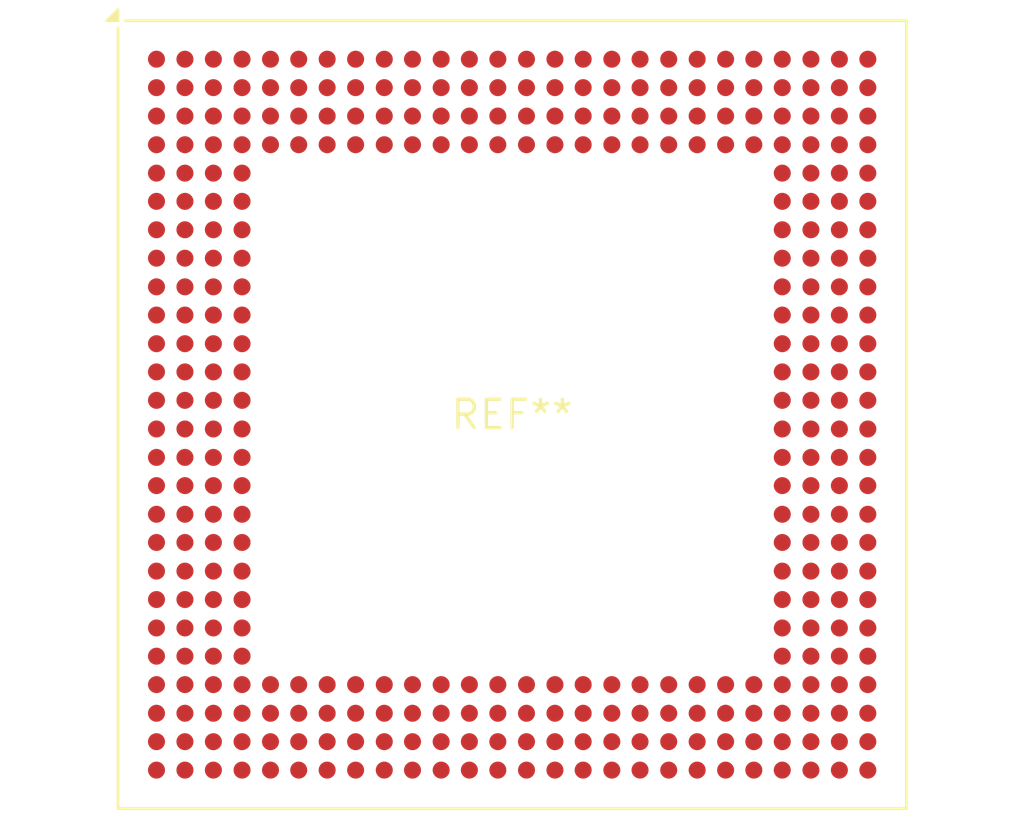
<source format=kicad_pcb>
(kicad_pcb (version 20240108) (generator pcbnew)
  (layers (0 "F.Cu" signal) (31 "B.Cu" signal) (34 "B.Paste" user) (35 "F.Paste" user) (36 "B.SilkS" user "B.Silkscreen") (37 "F.SilkS" user "F.Silkscreen") (38 "B.Mask" user) (39 "F.Mask" user) (44 "Edge.Cuts" user))
  (net 0 "")
  (footprint "BGA-352_35.0x35.0mm_Layout26x26_P1.27mm" (layer "F.Cu") (at 0 0)
    (property "Reference" "REF**")
    (property "Value" "BGA-352_35.0x35.0mm_Layout26x26_P1.27mm")
    (fp_line (start -17.6 17.6) (end -17.6 -17.28) (layer "F.SilkS") (stroke (width 0.12)))
    (fp_line (start -17.28 -17.6) (end 17.6 -17.6) (layer "F.SilkS") (stroke (width 0.12)))
    (fp_line (start 17.6 -17.6) (end 17.6 17.6) (layer "F.SilkS") (stroke (width 0.12)))
    (fp_line (start 17.6 17.6) (end -17.6 17.6) (layer "F.SilkS") (stroke (width 0.12)))
    (fp_poly (pts (xy -17.6 -17.6) (xy -18.1 -17.6) (xy -17.6 -18.1) (xy -17.6 -17.6)) (layer "F.SilkS") (stroke (width 0.12)) (fill solid))
    (pad "A1" smd circle (at -15.88 -15.88) (size 0.76 0.76) (property pad_prop_bga) (layers "F.Cu" "F.Paste" "F.Mask"))
    (pad "A2" smd circle (at -14.61 -15.88) (size 0.76 0.76) (property pad_prop_bga) (layers "F.Cu" "F.Paste" "F.Mask"))
    (pad "A3" smd circle (at -13.34 -15.88) (size 0.76 0.76) (property pad_prop_bga) (layers "F.Cu" "F.Paste" "F.Mask"))
    (pad "A4" smd circle (at -12.06 -15.88) (size 0.76 0.76) (property pad_prop_bga) (layers "F.Cu" "F.Paste" "F.Mask"))
    (pad "A5" smd circle (at -10.79 -15.88) (size 0.76 0.76) (property pad_prop_bga) (layers "F.Cu" "F.Paste" "F.Mask"))
    (pad "A6" smd circle (at -9.53 -15.88) (size 0.76 0.76) (property pad_prop_bga) (layers "F.Cu" "F.Paste" "F.Mask"))
    (pad "A7" smd circle (at -8.26 -15.88) (size 0.76 0.76) (property pad_prop_bga) (layers "F.Cu" "F.Paste" "F.Mask"))
    (pad "A8" smd circle (at -6.99 -15.88) (size 0.76 0.76) (property pad_prop_bga) (layers "F.Cu" "F.Paste" "F.Mask"))
    (pad "A9" smd circle (at -5.71 -15.88) (size 0.76 0.76) (property pad_prop_bga) (layers "F.Cu" "F.Paste" "F.Mask"))
    (pad "A10" smd circle (at -4.45 -15.88) (size 0.76 0.76) (property pad_prop_bga) (layers "F.Cu" "F.Paste" "F.Mask"))
    (pad "A11" smd circle (at -3.17 -15.88) (size 0.76 0.76) (property pad_prop_bga) (layers "F.Cu" "F.Paste" "F.Mask"))
    (pad "A12" smd circle (at -1.91 -15.88) (size 0.76 0.76) (property pad_prop_bga) (layers "F.Cu" "F.Paste" "F.Mask"))
    (pad "A13" smd circle (at -0.64 -15.88) (size 0.76 0.76) (property pad_prop_bga) (layers "F.Cu" "F.Paste" "F.Mask"))
    (pad "A14" smd circle (at 0.64 -15.88) (size 0.76 0.76) (property pad_prop_bga) (layers "F.Cu" "F.Paste" "F.Mask"))
    (pad "A15" smd circle (at 1.91 -15.88) (size 0.76 0.76) (property pad_prop_bga) (layers "F.Cu" "F.Paste" "F.Mask"))
    (pad "A16" smd circle (at 3.17 -15.88) (size 0.76 0.76) (property pad_prop_bga) (layers "F.Cu" "F.Paste" "F.Mask"))
    (pad "A17" smd circle (at 4.45 -15.88) (size 0.76 0.76) (property pad_prop_bga) (layers "F.Cu" "F.Paste" "F.Mask"))
    (pad "A18" smd circle (at 5.71 -15.88) (size 0.76 0.76) (property pad_prop_bga) (layers "F.Cu" "F.Paste" "F.Mask"))
    (pad "A19" smd circle (at 6.99 -15.88) (size 0.76 0.76) (property pad_prop_bga) (layers "F.Cu" "F.Paste" "F.Mask"))
    (pad "A20" smd circle (at 8.26 -15.88) (size 0.76 0.76) (property pad_prop_bga) (layers "F.Cu" "F.Paste" "F.Mask"))
    (pad "A21" smd circle (at 9.53 -15.88) (size 0.76 0.76) (property pad_prop_bga) (layers "F.Cu" "F.Paste" "F.Mask"))
    (pad "A22" smd circle (at 10.79 -15.88) (size 0.76 0.76) (property pad_prop_bga) (layers "F.Cu" "F.Paste" "F.Mask"))
    (pad "A23" smd circle (at 12.06 -15.88) (size 0.76 0.76) (property pad_prop_bga) (layers "F.Cu" "F.Paste" "F.Mask"))
    (pad "A24" smd circle (at 13.34 -15.88) (size 0.76 0.76) (property pad_prop_bga) (layers "F.Cu" "F.Paste" "F.Mask"))
    (pad "A25" smd circle (at 14.61 -15.88) (size 0.76 0.76) (property pad_prop_bga) (layers "F.Cu" "F.Paste" "F.Mask"))
    (pad "A26" smd circle (at 15.88 -15.88) (size 0.76 0.76) (property pad_prop_bga) (layers "F.Cu" "F.Paste" "F.Mask"))
    (pad "AA1" smd circle (at -15.88 9.53) (size 0.76 0.76) (property pad_prop_bga) (layers "F.Cu" "F.Paste" "F.Mask"))
    (pad "AA2" smd circle (at -14.61 9.53) (size 0.76 0.76) (property pad_prop_bga) (layers "F.Cu" "F.Paste" "F.Mask"))
    (pad "AA3" smd circle (at -13.34 9.53) (size 0.76 0.76) (property pad_prop_bga) (layers "F.Cu" "F.Paste" "F.Mask"))
    (pad "AA4" smd circle (at -12.06 9.53) (size 0.76 0.76) (property pad_prop_bga) (layers "F.Cu" "F.Paste" "F.Mask"))
    (pad "AA23" smd circle (at 12.06 9.53) (size 0.76 0.76) (property pad_prop_bga) (layers "F.Cu" "F.Paste" "F.Mask"))
    (pad "AA24" smd circle (at 13.34 9.53) (size 0.76 0.76) (property pad_prop_bga) (layers "F.Cu" "F.Paste" "F.Mask"))
    (pad "AA25" smd circle (at 14.61 9.53) (size 0.76 0.76) (property pad_prop_bga) (layers "F.Cu" "F.Paste" "F.Mask"))
    (pad "AA26" smd circle (at 15.88 9.53) (size 0.76 0.76) (property pad_prop_bga) (layers "F.Cu" "F.Paste" "F.Mask"))
    (pad "AB1" smd circle (at -15.88 10.79) (size 0.76 0.76) (property pad_prop_bga) (layers "F.Cu" "F.Paste" "F.Mask"))
    (pad "AB2" smd circle (at -14.61 10.79) (size 0.76 0.76) (property pad_prop_bga) (layers "F.Cu" "F.Paste" "F.Mask"))
    (pad "AB3" smd circle (at -13.34 10.79) (size 0.76 0.76) (property pad_prop_bga) (layers "F.Cu" "F.Paste" "F.Mask"))
    (pad "AB4" smd circle (at -12.06 10.79) (size 0.76 0.76) (property pad_prop_bga) (layers "F.Cu" "F.Paste" "F.Mask"))
    (pad "AB23" smd circle (at 12.06 10.79) (size 0.76 0.76) (property pad_prop_bga) (layers "F.Cu" "F.Paste" "F.Mask"))
    (pad "AB24" smd circle (at 13.34 10.79) (size 0.76 0.76) (property pad_prop_bga) (layers "F.Cu" "F.Paste" "F.Mask"))
    (pad "AB25" smd circle (at 14.61 10.79) (size 0.76 0.76) (property pad_prop_bga) (layers "F.Cu" "F.Paste" "F.Mask"))
    (pad "AB26" smd circle (at 15.88 10.79) (size 0.76 0.76) (property pad_prop_bga) (layers "F.Cu" "F.Paste" "F.Mask"))
    (pad "AC1" smd circle (at -15.88 12.06) (size 0.76 0.76) (property pad_prop_bga) (layers "F.Cu" "F.Paste" "F.Mask"))
    (pad "AC2" smd circle (at -14.61 12.06) (size 0.76 0.76) (property pad_prop_bga) (layers "F.Cu" "F.Paste" "F.Mask"))
    (pad "AC3" smd circle (at -13.34 12.06) (size 0.76 0.76) (property pad_prop_bga) (layers "F.Cu" "F.Paste" "F.Mask"))
    (pad "AC4" smd circle (at -12.06 12.06) (size 0.76 0.76) (property pad_prop_bga) (layers "F.Cu" "F.Paste" "F.Mask"))
    (pad "AC5" smd circle (at -10.79 12.06) (size 0.76 0.76) (property pad_prop_bga) (layers "F.Cu" "F.Paste" "F.Mask"))
    (pad "AC6" smd circle (at -9.53 12.06) (size 0.76 0.76) (property pad_prop_bga) (layers "F.Cu" "F.Paste" "F.Mask"))
    (pad "AC7" smd circle (at -8.26 12.06) (size 0.76 0.76) (property pad_prop_bga) (layers "F.Cu" "F.Paste" "F.Mask"))
    (pad "AC8" smd circle (at -6.99 12.06) (size 0.76 0.76) (property pad_prop_bga) (layers "F.Cu" "F.Paste" "F.Mask"))
    (pad "AC9" smd circle (at -5.71 12.06) (size 0.76 0.76) (property pad_prop_bga) (layers "F.Cu" "F.Paste" "F.Mask"))
    (pad "AC10" smd circle (at -4.45 12.06) (size 0.76 0.76) (property pad_prop_bga) (layers "F.Cu" "F.Paste" "F.Mask"))
    (pad "AC11" smd circle (at -3.17 12.06) (size 0.76 0.76) (property pad_prop_bga) (layers "F.Cu" "F.Paste" "F.Mask"))
    (pad "AC12" smd circle (at -1.91 12.06) (size 0.76 0.76) (property pad_prop_bga) (layers "F.Cu" "F.Paste" "F.Mask"))
    (pad "AC13" smd circle (at -0.64 12.06) (size 0.76 0.76) (property pad_prop_bga) (layers "F.Cu" "F.Paste" "F.Mask"))
    (pad "AC14" smd circle (at 0.64 12.06) (size 0.76 0.76) (property pad_prop_bga) (layers "F.Cu" "F.Paste" "F.Mask"))
    (pad "AC15" smd circle (at 1.91 12.06) (size 0.76 0.76) (property pad_prop_bga) (layers "F.Cu" "F.Paste" "F.Mask"))
    (pad "AC16" smd circle (at 3.17 12.06) (size 0.76 0.76) (property pad_prop_bga) (layers "F.Cu" "F.Paste" "F.Mask"))
    (pad "AC17" smd circle (at 4.45 12.06) (size 0.76 0.76) (property pad_prop_bga) (layers "F.Cu" "F.Paste" "F.Mask"))
    (pad "AC18" smd circle (at 5.71 12.06) (size 0.76 0.76) (property pad_prop_bga) (layers "F.Cu" "F.Paste" "F.Mask"))
    (pad "AC19" smd circle (at 6.99 12.06) (size 0.76 0.76) (property pad_prop_bga) (layers "F.Cu" "F.Paste" "F.Mask"))
    (pad "AC20" smd circle (at 8.26 12.06) (size 0.76 0.76) (property pad_prop_bga) (layers "F.Cu" "F.Paste" "F.Mask"))
    (pad "AC21" smd circle (at 9.53 12.06) (size 0.76 0.76) (property pad_prop_bga) (layers "F.Cu" "F.Paste" "F.Mask"))
    (pad "AC22" smd circle (at 10.79 12.06) (size 0.76 0.76) (property pad_prop_bga) (layers "F.Cu" "F.Paste" "F.Mask"))
    (pad "AC23" smd circle (at 12.06 12.06) (size 0.76 0.76) (property pad_prop_bga) (layers "F.Cu" "F.Paste" "F.Mask"))
    (pad "AC24" smd circle (at 13.34 12.06) (size 0.76 0.76) (property pad_prop_bga) (layers "F.Cu" "F.Paste" "F.Mask"))
    (pad "AC25" smd circle (at 14.61 12.06) (size 0.76 0.76) (property pad_prop_bga) (layers "F.Cu" "F.Paste" "F.Mask"))
    (pad "AC26" smd circle (at 15.88 12.06) (size 0.76 0.76) (property pad_prop_bga) (layers "F.Cu" "F.Paste" "F.Mask"))
    (pad "AD1" smd circle (at -15.88 13.34) (size 0.76 0.76) (property pad_prop_bga) (layers "F.Cu" "F.Paste" "F.Mask"))
    (pad "AD2" smd circle (at -14.61 13.34) (size 0.76 0.76) (property pad_prop_bga) (layers "F.Cu" "F.Paste" "F.Mask"))
    (pad "AD3" smd circle (at -13.34 13.34) (size 0.76 0.76) (property pad_prop_bga) (layers "F.Cu" "F.Paste" "F.Mask"))
    (pad "AD4" smd circle (at -12.06 13.34) (size 0.76 0.76) (property pad_prop_bga) (layers "F.Cu" "F.Paste" "F.Mask"))
    (pad "AD5" smd circle (at -10.79 13.34) (size 0.76 0.76) (property pad_prop_bga) (layers "F.Cu" "F.Paste" "F.Mask"))
    (pad "AD6" smd circle (at -9.53 13.34) (size 0.76 0.76) (property pad_prop_bga) (layers "F.Cu" "F.Paste" "F.Mask"))
    (pad "AD7" smd circle (at -8.26 13.34) (size 0.76 0.76) (property pad_prop_bga) (layers "F.Cu" "F.Paste" "F.Mask"))
    (pad "AD8" smd circle (at -6.99 13.34) (size 0.76 0.76) (property pad_prop_bga) (layers "F.Cu" "F.Paste" "F.Mask"))
    (pad "AD9" smd circle (at -5.71 13.34) (size 0.76 0.76) (property pad_prop_bga) (layers "F.Cu" "F.Paste" "F.Mask"))
    (pad "AD10" smd circle (at -4.45 13.34) (size 0.76 0.76) (property pad_prop_bga) (layers "F.Cu" "F.Paste" "F.Mask"))
    (pad "AD11" smd circle (at -3.17 13.34) (size 0.76 0.76) (property pad_prop_bga) (layers "F.Cu" "F.Paste" "F.Mask"))
    (pad "AD12" smd circle (at -1.91 13.34) (size 0.76 0.76) (property pad_prop_bga) (layers "F.Cu" "F.Paste" "F.Mask"))
    (pad "AD13" smd circle (at -0.64 13.34) (size 0.76 0.76) (property pad_prop_bga) (layers "F.Cu" "F.Paste" "F.Mask"))
    (pad "AD14" smd circle (at 0.64 13.34) (size 0.76 0.76) (property pad_prop_bga) (layers "F.Cu" "F.Paste" "F.Mask"))
    (pad "AD15" smd circle (at 1.91 13.34) (size 0.76 0.76) (property pad_prop_bga) (layers "F.Cu" "F.Paste" "F.Mask"))
    (pad "AD16" smd circle (at 3.17 13.34) (size 0.76 0.76) (property pad_prop_bga) (layers "F.Cu" "F.Paste" "F.Mask"))
    (pad "AD17" smd circle (at 4.45 13.34) (size 0.76 0.76) (property pad_prop_bga) (layers "F.Cu" "F.Paste" "F.Mask"))
    (pad "AD18" smd circle (at 5.71 13.34) (size 0.76 0.76) (property pad_prop_bga) (layers "F.Cu" "F.Paste" "F.Mask"))
    (pad "AD19" smd circle (at 6.99 13.34) (size 0.76 0.76) (property pad_prop_bga) (layers "F.Cu" "F.Paste" "F.Mask"))
    (pad "AD20" smd circle (at 8.26 13.34) (size 0.76 0.76) (property pad_prop_bga) (layers "F.Cu" "F.Paste" "F.Mask"))
    (pad "AD21" smd circle (at 9.53 13.34) (size 0.76 0.76) (property pad_prop_bga) (layers "F.Cu" "F.Paste" "F.Mask"))
    (pad "AD22" smd circle (at 10.79 13.34) (size 0.76 0.76) (property pad_prop_bga) (layers "F.Cu" "F.Paste" "F.Mask"))
    (pad "AD23" smd circle (at 12.06 13.34) (size 0.76 0.76) (property pad_prop_bga) (layers "F.Cu" "F.Paste" "F.Mask"))
    (pad "AD24" smd circle (at 13.34 13.34) (size 0.76 0.76) (property pad_prop_bga) (layers "F.Cu" "F.Paste" "F.Mask"))
    (pad "AD25" smd circle (at 14.61 13.34) (size 0.76 0.76) (property pad_prop_bga) (layers "F.Cu" "F.Paste" "F.Mask"))
    (pad "AD26" smd circle (at 15.88 13.34) (size 0.76 0.76) (property pad_prop_bga) (layers "F.Cu" "F.Paste" "F.Mask"))
    (pad "AE1" smd circle (at -15.88 14.61) (size 0.76 0.76) (property pad_prop_bga) (layers "F.Cu" "F.Paste" "F.Mask"))
    (pad "AE2" smd circle (at -14.61 14.61) (size 0.76 0.76) (property pad_prop_bga) (layers "F.Cu" "F.Paste" "F.Mask"))
    (pad "AE3" smd circle (at -13.34 14.61) (size 0.76 0.76) (property pad_prop_bga) (layers "F.Cu" "F.Paste" "F.Mask"))
    (pad "AE4" smd circle (at -12.06 14.61) (size 0.76 0.76) (property pad_prop_bga) (layers "F.Cu" "F.Paste" "F.Mask"))
    (pad "AE5" smd circle (at -10.79 14.61) (size 0.76 0.76) (property pad_prop_bga) (layers "F.Cu" "F.Paste" "F.Mask"))
    (pad "AE6" smd circle (at -9.53 14.61) (size 0.76 0.76) (property pad_prop_bga) (layers "F.Cu" "F.Paste" "F.Mask"))
    (pad "AE7" smd circle (at -8.26 14.61) (size 0.76 0.76) (property pad_prop_bga) (layers "F.Cu" "F.Paste" "F.Mask"))
    (pad "AE8" smd circle (at -6.99 14.61) (size 0.76 0.76) (property pad_prop_bga) (layers "F.Cu" "F.Paste" "F.Mask"))
    (pad "AE9" smd circle (at -5.71 14.61) (size 0.76 0.76) (property pad_prop_bga) (layers "F.Cu" "F.Paste" "F.Mask"))
    (pad "AE10" smd circle (at -4.45 14.61) (size 0.76 0.76) (property pad_prop_bga) (layers "F.Cu" "F.Paste" "F.Mask"))
    (pad "AE11" smd circle (at -3.17 14.61) (size 0.76 0.76) (property pad_prop_bga) (layers "F.Cu" "F.Paste" "F.Mask"))
    (pad "AE12" smd circle (at -1.91 14.61) (size 0.76 0.76) (property pad_prop_bga) (layers "F.Cu" "F.Paste" "F.Mask"))
    (pad "AE13" smd circle (at -0.64 14.61) (size 0.76 0.76) (property pad_prop_bga) (layers "F.Cu" "F.Paste" "F.Mask"))
    (pad "AE14" smd circle (at 0.64 14.61) (size 0.76 0.76) (property pad_prop_bga) (layers "F.Cu" "F.Paste" "F.Mask"))
    (pad "AE15" smd circle (at 1.91 14.61) (size 0.76 0.76) (property pad_prop_bga) (layers "F.Cu" "F.Paste" "F.Mask"))
    (pad "AE16" smd circle (at 3.17 14.61) (size 0.76 0.76) (property pad_prop_bga) (layers "F.Cu" "F.Paste" "F.Mask"))
    (pad "AE17" smd circle (at 4.45 14.61) (size 0.76 0.76) (property pad_prop_bga) (layers "F.Cu" "F.Paste" "F.Mask"))
    (pad "AE18" smd circle (at 5.71 14.61) (size 0.76 0.76) (property pad_prop_bga) (layers "F.Cu" "F.Paste" "F.Mask"))
    (pad "AE19" smd circle (at 6.99 14.61) (size 0.76 0.76) (property pad_prop_bga) (layers "F.Cu" "F.Paste" "F.Mask"))
    (pad "AE20" smd circle (at 8.26 14.61) (size 0.76 0.76) (property pad_prop_bga) (layers "F.Cu" "F.Paste" "F.Mask"))
    (pad "AE21" smd circle (at 9.53 14.61) (size 0.76 0.76) (property pad_prop_bga) (layers "F.Cu" "F.Paste" "F.Mask"))
    (pad "AE22" smd circle (at 10.79 14.61) (size 0.76 0.76) (property pad_prop_bga) (layers "F.Cu" "F.Paste" "F.Mask"))
    (pad "AE23" smd circle (at 12.06 14.61) (size 0.76 0.76) (property pad_prop_bga) (layers "F.Cu" "F.Paste" "F.Mask"))
    (pad "AE24" smd circle (at 13.34 14.61) (size 0.76 0.76) (property pad_prop_bga) (layers "F.Cu" "F.Paste" "F.Mask"))
    (pad "AE25" smd circle (at 14.61 14.61) (size 0.76 0.76) (property pad_prop_bga) (layers "F.Cu" "F.Paste" "F.Mask"))
    (pad "AE26" smd circle (at 15.88 14.61) (size 0.76 0.76) (property pad_prop_bga) (layers "F.Cu" "F.Paste" "F.Mask"))
    (pad "AF1" smd circle (at -15.88 15.88) (size 0.76 0.76) (property pad_prop_bga) (layers "F.Cu" "F.Paste" "F.Mask"))
    (pad "AF2" smd circle (at -14.61 15.88) (size 0.76 0.76) (property pad_prop_bga) (layers "F.Cu" "F.Paste" "F.Mask"))
    (pad "AF3" smd circle (at -13.34 15.88) (size 0.76 0.76) (property pad_prop_bga) (layers "F.Cu" "F.Paste" "F.Mask"))
    (pad "AF4" smd circle (at -12.06 15.88) (size 0.76 0.76) (property pad_prop_bga) (layers "F.Cu" "F.Paste" "F.Mask"))
    (pad "AF5" smd circle (at -10.79 15.88) (size 0.76 0.76) (property pad_prop_bga) (layers "F.Cu" "F.Paste" "F.Mask"))
    (pad "AF6" smd circle (at -9.53 15.88) (size 0.76 0.76) (property pad_prop_bga) (layers "F.Cu" "F.Paste" "F.Mask"))
    (pad "AF7" smd circle (at -8.26 15.88) (size 0.76 0.76) (property pad_prop_bga) (layers "F.Cu" "F.Paste" "F.Mask"))
    (pad "AF8" smd circle (at -6.99 15.88) (size 0.76 0.76) (property pad_prop_bga) (layers "F.Cu" "F.Paste" "F.Mask"))
    (pad "AF9" smd circle (at -5.71 15.88) (size 0.76 0.76) (property pad_prop_bga) (layers "F.Cu" "F.Paste" "F.Mask"))
    (pad "AF10" smd circle (at -4.45 15.88) (size 0.76 0.76) (property pad_prop_bga) (layers "F.Cu" "F.Paste" "F.Mask"))
    (pad "AF11" smd circle (at -3.17 15.88) (size 0.76 0.76) (property pad_prop_bga) (layers "F.Cu" "F.Paste" "F.Mask"))
    (pad "AF12" smd circle (at -1.91 15.88) (size 0.76 0.76) (property pad_prop_bga) (layers "F.Cu" "F.Paste" "F.Mask"))
    (pad "AF13" smd circle (at -0.64 15.88) (size 0.76 0.76) (property pad_prop_bga) (layers "F.Cu" "F.Paste" "F.Mask"))
    (pad "AF14" smd circle (at 0.64 15.88) (size 0.76 0.76) (property pad_prop_bga) (layers "F.Cu" "F.Paste" "F.Mask"))
    (pad "AF15" smd circle (at 1.91 15.88) (size 0.76 0.76) (property pad_prop_bga) (layers "F.Cu" "F.Paste" "F.Mask"))
    (pad "AF16" smd circle (at 3.17 15.88) (size 0.76 0.76) (property pad_prop_bga) (layers "F.Cu" "F.Paste" "F.Mask"))
    (pad "AF17" smd circle (at 4.45 15.88) (size 0.76 0.76) (property pad_prop_bga) (layers "F.Cu" "F.Paste" "F.Mask"))
    (pad "AF18" smd circle (at 5.71 15.88) (size 0.76 0.76) (property pad_prop_bga) (layers "F.Cu" "F.Paste" "F.Mask"))
    (pad "AF19" smd circle (at 6.99 15.88) (size 0.76 0.76) (property pad_prop_bga) (layers "F.Cu" "F.Paste" "F.Mask"))
    (pad "AF20" smd circle (at 8.26 15.88) (size 0.76 0.76) (property pad_prop_bga) (layers "F.Cu" "F.Paste" "F.Mask"))
    (pad "AF21" smd circle (at 9.53 15.88) (size 0.76 0.76) (property pad_prop_bga) (layers "F.Cu" "F.Paste" "F.Mask"))
    (pad "AF22" smd circle (at 10.79 15.88) (size 0.76 0.76) (property pad_prop_bga) (layers "F.Cu" "F.Paste" "F.Mask"))
    (pad "AF23" smd circle (at 12.06 15.88) (size 0.76 0.76) (property pad_prop_bga) (layers "F.Cu" "F.Paste" "F.Mask"))
    (pad "AF24" smd circle (at 13.34 15.88) (size 0.76 0.76) (property pad_prop_bga) (layers "F.Cu" "F.Paste" "F.Mask"))
    (pad "AF25" smd circle (at 14.61 15.88) (size 0.76 0.76) (property pad_prop_bga) (layers "F.Cu" "F.Paste" "F.Mask"))
    (pad "AF26" smd circle (at 15.88 15.88) (size 0.76 0.76) (property pad_prop_bga) (layers "F.Cu" "F.Paste" "F.Mask"))
    (pad "B1" smd circle (at -15.88 -14.61) (size 0.76 0.76) (property pad_prop_bga) (layers "F.Cu" "F.Paste" "F.Mask"))
    (pad "B2" smd circle (at -14.61 -14.61) (size 0.76 0.76) (property pad_prop_bga) (layers "F.Cu" "F.Paste" "F.Mask"))
    (pad "B3" smd circle (at -13.34 -14.61) (size 0.76 0.76) (property pad_prop_bga) (layers "F.Cu" "F.Paste" "F.Mask"))
    (pad "B4" smd circle (at -12.06 -14.61) (size 0.76 0.76) (property pad_prop_bga) (layers "F.Cu" "F.Paste" "F.Mask"))
    (pad "B5" smd circle (at -10.79 -14.61) (size 0.76 0.76) (property pad_prop_bga) (layers "F.Cu" "F.Paste" "F.Mask"))
    (pad "B6" smd circle (at -9.53 -14.61) (size 0.76 0.76) (property pad_prop_bga) (layers "F.Cu" "F.Paste" "F.Mask"))
    (pad "B7" smd circle (at -8.26 -14.61) (size 0.76 0.76) (property pad_prop_bga) (layers "F.Cu" "F.Paste" "F.Mask"))
    (pad "B8" smd circle (at -6.99 -14.61) (size 0.76 0.76) (property pad_prop_bga) (layers "F.Cu" "F.Paste" "F.Mask"))
    (pad "B9" smd circle (at -5.71 -14.61) (size 0.76 0.76) (property pad_prop_bga) (layers "F.Cu" "F.Paste" "F.Mask"))
    (pad "B10" smd circle (at -4.45 -14.61) (size 0.76 0.76) (property pad_prop_bga) (layers "F.Cu" "F.Paste" "F.Mask"))
    (pad "B11" smd circle (at -3.17 -14.61) (size 0.76 0.76) (property pad_prop_bga) (layers "F.Cu" "F.Paste" "F.Mask"))
    (pad "B12" smd circle (at -1.91 -14.61) (size 0.76 0.76) (property pad_prop_bga) (layers "F.Cu" "F.Paste" "F.Mask"))
    (pad "B13" smd circle (at -0.64 -14.61) (size 0.76 0.76) (property pad_prop_bga) (layers "F.Cu" "F.Paste" "F.Mask"))
    (pad "B14" smd circle (at 0.64 -14.61) (size 0.76 0.76) (property pad_prop_bga) (layers "F.Cu" "F.Paste" "F.Mask"))
    (pad "B15" smd circle (at 1.91 -14.61) (size 0.76 0.76) (property pad_prop_bga) (layers "F.Cu" "F.Paste" "F.Mask"))
    (pad "B16" smd circle (at 3.17 -14.61) (size 0.76 0.76) (property pad_prop_bga) (layers "F.Cu" "F.Paste" "F.Mask"))
    (pad "B17" smd circle (at 4.45 -14.61) (size 0.76 0.76) (property pad_prop_bga) (layers "F.Cu" "F.Paste" "F.Mask"))
    (pad "B18" smd circle (at 5.71 -14.61) (size 0.76 0.76) (property pad_prop_bga) (layers "F.Cu" "F.Paste" "F.Mask"))
    (pad "B19" smd circle (at 6.99 -14.61) (size 0.76 0.76) (property pad_prop_bga) (layers "F.Cu" "F.Paste" "F.Mask"))
    (pad "B20" smd circle (at 8.26 -14.61) (size 0.76 0.76) (property pad_prop_bga) (layers "F.Cu" "F.Paste" "F.Mask"))
    (pad "B21" smd circle (at 9.53 -14.61) (size 0.76 0.76) (property pad_prop_bga) (layers "F.Cu" "F.Paste" "F.Mask"))
    (pad "B22" smd circle (at 10.79 -14.61) (size 0.76 0.76) (property pad_prop_bga) (layers "F.Cu" "F.Paste" "F.Mask"))
    (pad "B23" smd circle (at 12.06 -14.61) (size 0.76 0.76) (property pad_prop_bga) (layers "F.Cu" "F.Paste" "F.Mask"))
    (pad "B24" smd circle (at 13.34 -14.61) (size 0.76 0.76) (property pad_prop_bga) (layers "F.Cu" "F.Paste" "F.Mask"))
    (pad "B25" smd circle (at 14.61 -14.61) (size 0.76 0.76) (property pad_prop_bga) (layers "F.Cu" "F.Paste" "F.Mask"))
    (pad "B26" smd circle (at 15.88 -14.61) (size 0.76 0.76) (property pad_prop_bga) (layers "F.Cu" "F.Paste" "F.Mask"))
    (pad "C1" smd circle (at -15.88 -13.34) (size 0.76 0.76) (property pad_prop_bga) (layers "F.Cu" "F.Paste" "F.Mask"))
    (pad "C2" smd circle (at -14.61 -13.34) (size 0.76 0.76) (property pad_prop_bga) (layers "F.Cu" "F.Paste" "F.Mask"))
    (pad "C3" smd circle (at -13.34 -13.34) (size 0.76 0.76) (property pad_prop_bga) (layers "F.Cu" "F.Paste" "F.Mask"))
    (pad "C4" smd circle (at -12.06 -13.34) (size 0.76 0.76) (property pad_prop_bga) (layers "F.Cu" "F.Paste" "F.Mask"))
    (pad "C5" smd circle (at -10.79 -13.34) (size 0.76 0.76) (property pad_prop_bga) (layers "F.Cu" "F.Paste" "F.Mask"))
    (pad "C6" smd circle (at -9.53 -13.34) (size 0.76 0.76) (property pad_prop_bga) (layers "F.Cu" "F.Paste" "F.Mask"))
    (pad "C7" smd circle (at -8.26 -13.34) (size 0.76 0.76) (property pad_prop_bga) (layers "F.Cu" "F.Paste" "F.Mask"))
    (pad "C8" smd circle (at -6.99 -13.34) (size 0.76 0.76) (property pad_prop_bga) (layers "F.Cu" "F.Paste" "F.Mask"))
    (pad "C9" smd circle (at -5.71 -13.34) (size 0.76 0.76) (property pad_prop_bga) (layers "F.Cu" "F.Paste" "F.Mask"))
    (pad "C10" smd circle (at -4.45 -13.34) (size 0.76 0.76) (property pad_prop_bga) (layers "F.Cu" "F.Paste" "F.Mask"))
    (pad "C11" smd circle (at -3.17 -13.34) (size 0.76 0.76) (property pad_prop_bga) (layers "F.Cu" "F.Paste" "F.Mask"))
    (pad "C12" smd circle (at -1.91 -13.34) (size 0.76 0.76) (property pad_prop_bga) (layers "F.Cu" "F.Paste" "F.Mask"))
    (pad "C13" smd circle (at -0.64 -13.34) (size 0.76 0.76) (property pad_prop_bga) (layers "F.Cu" "F.Paste" "F.Mask"))
    (pad "C14" smd circle (at 0.64 -13.34) (size 0.76 0.76) (property pad_prop_bga) (layers "F.Cu" "F.Paste" "F.Mask"))
    (pad "C15" smd circle (at 1.91 -13.34) (size 0.76 0.76) (property pad_prop_bga) (layers "F.Cu" "F.Paste" "F.Mask"))
    (pad "C16" smd circle (at 3.17 -13.34) (size 0.76 0.76) (property pad_prop_bga) (layers "F.Cu" "F.Paste" "F.Mask"))
    (pad "C17" smd circle (at 4.45 -13.34) (size 0.76 0.76) (property pad_prop_bga) (layers "F.Cu" "F.Paste" "F.Mask"))
    (pad "C18" smd circle (at 5.71 -13.34) (size 0.76 0.76) (property pad_prop_bga) (layers "F.Cu" "F.Paste" "F.Mask"))
    (pad "C19" smd circle (at 6.99 -13.34) (size 0.76 0.76) (property pad_prop_bga) (layers "F.Cu" "F.Paste" "F.Mask"))
    (pad "C20" smd circle (at 8.26 -13.34) (size 0.76 0.76) (property pad_prop_bga) (layers "F.Cu" "F.Paste" "F.Mask"))
    (pad "C21" smd circle (at 9.53 -13.34) (size 0.76 0.76) (property pad_prop_bga) (layers "F.Cu" "F.Paste" "F.Mask"))
    (pad "C22" smd circle (at 10.79 -13.34) (size 0.76 0.76) (property pad_prop_bga) (layers "F.Cu" "F.Paste" "F.Mask"))
    (pad "C23" smd circle (at 12.06 -13.34) (size 0.76 0.76) (property pad_prop_bga) (layers "F.Cu" "F.Paste" "F.Mask"))
    (pad "C24" smd circle (at 13.34 -13.34) (size 0.76 0.76) (property pad_prop_bga) (layers "F.Cu" "F.Paste" "F.Mask"))
    (pad "C25" smd circle (at 14.61 -13.34) (size 0.76 0.76) (property pad_prop_bga) (layers "F.Cu" "F.Paste" "F.Mask"))
    (pad "C26" smd circle (at 15.88 -13.34) (size 0.76 0.76) (property pad_prop_bga) (layers "F.Cu" "F.Paste" "F.Mask"))
    (pad "D1" smd circle (at -15.88 -12.06) (size 0.76 0.76) (property pad_prop_bga) (layers "F.Cu" "F.Paste" "F.Mask"))
    (pad "D2" smd circle (at -14.61 -12.06) (size 0.76 0.76) (property pad_prop_bga) (layers "F.Cu" "F.Paste" "F.Mask"))
    (pad "D3" smd circle (at -13.34 -12.06) (size 0.76 0.76) (property pad_prop_bga) (layers "F.Cu" "F.Paste" "F.Mask"))
    (pad "D4" smd circle (at -12.06 -12.06) (size 0.76 0.76) (property pad_prop_bga) (layers "F.Cu" "F.Paste" "F.Mask"))
    (pad "D5" smd circle (at -10.79 -12.06) (size 0.76 0.76) (property pad_prop_bga) (layers "F.Cu" "F.Paste" "F.Mask"))
    (pad "D6" smd circle (at -9.53 -12.06) (size 0.76 0.76) (property pad_prop_bga) (layers "F.Cu" "F.Paste" "F.Mask"))
    (pad "D7" smd circle (at -8.26 -12.06) (size 0.76 0.76) (property pad_prop_bga) (layers "F.Cu" "F.Paste" "F.Mask"))
    (pad "D8" smd circle (at -6.99 -12.06) (size 0.76 0.76) (property pad_prop_bga) (layers "F.Cu" "F.Paste" "F.Mask"))
    (pad "D9" smd circle (at -5.71 -12.06) (size 0.76 0.76) (property pad_prop_bga) (layers "F.Cu" "F.Paste" "F.Mask"))
    (pad "D10" smd circle (at -4.45 -12.06) (size 0.76 0.76) (property pad_prop_bga) (layers "F.Cu" "F.Paste" "F.Mask"))
    (pad "D11" smd circle (at -3.17 -12.06) (size 0.76 0.76) (property pad_prop_bga) (layers "F.Cu" "F.Paste" "F.Mask"))
    (pad "D12" smd circle (at -1.91 -12.06) (size 0.76 0.76) (property pad_prop_bga) (layers "F.Cu" "F.Paste" "F.Mask"))
    (pad "D13" smd circle (at -0.64 -12.06) (size 0.76 0.76) (property pad_prop_bga) (layers "F.Cu" "F.Paste" "F.Mask"))
    (pad "D14" smd circle (at 0.64 -12.06) (size 0.76 0.76) (property pad_prop_bga) (layers "F.Cu" "F.Paste" "F.Mask"))
    (pad "D15" smd circle (at 1.91 -12.06) (size 0.76 0.76) (property pad_prop_bga) (layers "F.Cu" "F.Paste" "F.Mask"))
    (pad "D16" smd circle (at 3.17 -12.06) (size 0.76 0.76) (property pad_prop_bga) (layers "F.Cu" "F.Paste" "F.Mask"))
    (pad "D17" smd circle (at 4.45 -12.06) (size 0.76 0.76) (property pad_prop_bga) (layers "F.Cu" "F.Paste" "F.Mask"))
    (pad "D18" smd circle (at 5.71 -12.06) (size 0.76 0.76) (property pad_prop_bga) (layers "F.Cu" "F.Paste" "F.Mask"))
    (pad "D19" smd circle (at 6.99 -12.06) (size 0.76 0.76) (property pad_prop_bga) (layers "F.Cu" "F.Paste" "F.Mask"))
    (pad "D20" smd circle (at 8.26 -12.06) (size 0.76 0.76) (property pad_prop_bga) (layers "F.Cu" "F.Paste" "F.Mask"))
    (pad "D21" smd circle (at 9.53 -12.06) (size 0.76 0.76) (property pad_prop_bga) (layers "F.Cu" "F.Paste" "F.Mask"))
    (pad "D22" smd circle (at 10.79 -12.06) (size 0.76 0.76) (property pad_prop_bga) (layers "F.Cu" "F.Paste" "F.Mask"))
    (pad "D23" smd circle (at 12.06 -12.06) (size 0.76 0.76) (property pad_prop_bga) (layers "F.Cu" "F.Paste" "F.Mask"))
    (pad "D24" smd circle (at 13.34 -12.06) (size 0.76 0.76) (property pad_prop_bga) (layers "F.Cu" "F.Paste" "F.Mask"))
    (pad "D25" smd circle (at 14.61 -12.06) (size 0.76 0.76) (property pad_prop_bga) (layers "F.Cu" "F.Paste" "F.Mask"))
    (pad "D26" smd circle (at 15.88 -12.06) (size 0.76 0.76) (property pad_prop_bga) (layers "F.Cu" "F.Paste" "F.Mask"))
    (pad "E1" smd circle (at -15.88 -10.79) (size 0.76 0.76) (property pad_prop_bga) (layers "F.Cu" "F.Paste" "F.Mask"))
    (pad "E2" smd circle (at -14.61 -10.79) (size 0.76 0.76) (property pad_prop_bga) (layers "F.Cu" "F.Paste" "F.Mask"))
    (pad "E3" smd circle (at -13.34 -10.79) (size 0.76 0.76) (property pad_prop_bga) (layers "F.Cu" "F.Paste" "F.Mask"))
    (pad "E4" smd circle (at -12.06 -10.79) (size 0.76 0.76) (property pad_prop_bga) (layers "F.Cu" "F.Paste" "F.Mask"))
    (pad "E23" smd circle (at 12.06 -10.79) (size 0.76 0.76) (property pad_prop_bga) (layers "F.Cu" "F.Paste" "F.Mask"))
    (pad "E24" smd circle (at 13.34 -10.79) (size 0.76 0.76) (property pad_prop_bga) (layers "F.Cu" "F.Paste" "F.Mask"))
    (pad "E25" smd circle (at 14.61 -10.79) (size 0.76 0.76) (property pad_prop_bga) (layers "F.Cu" "F.Paste" "F.Mask"))
    (pad "E26" smd circle (at 15.88 -10.79) (size 0.76 0.76) (property pad_prop_bga) (layers "F.Cu" "F.Paste" "F.Mask"))
    (pad "F1" smd circle (at -15.88 -9.53) (size 0.76 0.76) (property pad_prop_bga) (layers "F.Cu" "F.Paste" "F.Mask"))
    (pad "F2" smd circle (at -14.61 -9.53) (size 0.76 0.76) (property pad_prop_bga) (layers "F.Cu" "F.Paste" "F.Mask"))
    (pad "F3" smd circle (at -13.34 -9.53) (size 0.76 0.76) (property pad_prop_bga) (layers "F.Cu" "F.Paste" "F.Mask"))
    (pad "F4" smd circle (at -12.06 -9.53) (size 0.76 0.76) (property pad_prop_bga) (layers "F.Cu" "F.Paste" "F.Mask"))
    (pad "F23" smd circle (at 12.06 -9.53) (size 0.76 0.76) (property pad_prop_bga) (layers "F.Cu" "F.Paste" "F.Mask"))
    (pad "F24" smd circle (at 13.34 -9.53) (size 0.76 0.76) (property pad_prop_bga) (layers "F.Cu" "F.Paste" "F.Mask"))
    (pad "F25" smd circle (at 14.61 -9.53) (size 0.76 0.76) (property pad_prop_bga) (layers "F.Cu" "F.Paste" "F.Mask"))
    (pad "F26" smd circle (at 15.88 -9.53) (size 0.76 0.76) (property pad_prop_bga) (layers "F.Cu" "F.Paste" "F.Mask"))
    (pad "G1" smd circle (at -15.88 -8.26) (size 0.76 0.76) (property pad_prop_bga) (layers "F.Cu" "F.Paste" "F.Mask"))
    (pad "G2" smd circle (at -14.61 -8.26) (size 0.76 0.76) (property pad_prop_bga) (layers "F.Cu" "F.Paste" "F.Mask"))
    (pad "G3" smd circle (at -13.34 -8.26) (size 0.76 0.76) (property pad_prop_bga) (layers "F.Cu" "F.Paste" "F.Mask"))
    (pad "G4" smd circle (at -12.06 -8.26) (size 0.76 0.76) (property pad_prop_bga) (layers "F.Cu" "F.Paste" "F.Mask"))
    (pad "G23" smd circle (at 12.06 -8.26) (size 0.76 0.76) (property pad_prop_bga) (layers "F.Cu" "F.Paste" "F.Mask"))
    (pad "G24" smd circle (at 13.34 -8.26) (size 0.76 0.76) (property pad_prop_bga) (layers "F.Cu" "F.Paste" "F.Mask"))
    (pad "G25" smd circle (at 14.61 -8.26) (size 0.76 0.76) (property pad_prop_bga) (layers "F.Cu" "F.Paste" "F.Mask"))
    (pad "G26" smd circle (at 15.88 -8.26) (size 0.76 0.76) (property pad_prop_bga) (layers "F.Cu" "F.Paste" "F.Mask"))
    (pad "H1" smd circle (at -15.88 -6.99) (size 0.76 0.76) (property pad_prop_bga) (layers "F.Cu" "F.Paste" "F.Mask"))
    (pad "H2" smd circle (at -14.61 -6.99) (size 0.76 0.76) (property pad_prop_bga) (layers "F.Cu" "F.Paste" "F.Mask"))
    (pad "H3" smd circle (at -13.34 -6.99) (size 0.76 0.76) (property pad_prop_bga) (layers "F.Cu" "F.Paste" "F.Mask"))
    (pad "H4" smd circle (at -12.06 -6.99) (size 0.76 0.76) (property pad_prop_bga) (layers "F.Cu" "F.Paste" "F.Mask"))
    (pad "H23" smd circle (at 12.06 -6.99) (size 0.76 0.76) (property pad_prop_bga) (layers "F.Cu" "F.Paste" "F.Mask"))
    (pad "H24" smd circle (at 13.34 -6.99) (size 0.76 0.76) (property pad_prop_bga) (layers "F.Cu" "F.Paste" "F.Mask"))
    (pad "H25" smd circle (at 14.61 -6.99) (size 0.76 0.76) (property pad_prop_bga) (layers "F.Cu" "F.Paste" "F.Mask"))
    (pad "H26" smd circle (at 15.88 -6.99) (size 0.76 0.76) (property pad_prop_bga) (layers "F.Cu" "F.Paste" "F.Mask"))
    (pad "J1" smd circle (at -15.88 -5.71) (size 0.76 0.76) (property pad_prop_bga) (layers "F.Cu" "F.Paste" "F.Mask"))
    (pad "J2" smd circle (at -14.61 -5.71) (size 0.76 0.76) (property pad_prop_bga) (layers "F.Cu" "F.Paste" "F.Mask"))
    (pad "J3" smd circle (at -13.34 -5.71) (size 0.76 0.76) (property pad_prop_bga) (layers "F.Cu" "F.Paste" "F.Mask"))
    (pad "J4" smd circle (at -12.06 -5.71) (size 0.76 0.76) (property pad_prop_bga) (layers "F.Cu" "F.Paste" "F.Mask"))
    (pad "J23" smd circle (at 12.06 -5.71) (size 0.76 0.76) (property pad_prop_bga) (layers "F.Cu" "F.Paste" "F.Mask"))
    (pad "J24" smd circle (at 13.34 -5.71) (size 0.76 0.76) (property pad_prop_bga) (layers "F.Cu" "F.Paste" "F.Mask"))
    (pad "J25" smd circle (at 14.61 -5.71) (size 0.76 0.76) (property pad_prop_bga) (layers "F.Cu" "F.Paste" "F.Mask"))
    (pad "J26" smd circle (at 15.88 -5.71) (size 0.76 0.76) (property pad_prop_bga) (layers "F.Cu" "F.Paste" "F.Mask"))
    (pad "K1" smd circle (at -15.88 -4.45) (size 0.76 0.76) (property pad_prop_bga) (layers "F.Cu" "F.Paste" "F.Mask"))
    (pad "K2" smd circle (at -14.61 -4.45) (size 0.76 0.76) (property pad_prop_bga) (layers "F.Cu" "F.Paste" "F.Mask"))
    (pad "K3" smd circle (at -13.34 -4.45) (size 0.76 0.76) (property pad_prop_bga) (layers "F.Cu" "F.Paste" "F.Mask"))
    (pad "K4" smd circle (at -12.06 -4.45) (size 0.76 0.76) (property pad_prop_bga) (layers "F.Cu" "F.Paste" "F.Mask"))
    (pad "K23" smd circle (at 12.06 -4.45) (size 0.76 0.76) (property pad_prop_bga) (layers "F.Cu" "F.Paste" "F.Mask"))
    (pad "K24" smd circle (at 13.34 -4.45) (size 0.76 0.76) (property pad_prop_bga) (layers "F.Cu" "F.Paste" "F.Mask"))
    (pad "K25" smd circle (at 14.61 -4.45) (size 0.76 0.76) (property pad_prop_bga) (layers "F.Cu" "F.Paste" "F.Mask"))
    (pad "K26" smd circle (at 15.88 -4.45) (size 0.76 0.76) (property pad_prop_bga) (layers "F.Cu" "F.Paste" "F.Mask"))
    (pad "L1" smd circle (at -15.88 -3.17) (size 0.76 0.76) (property pad_prop_bga) (layers "F.Cu" "F.Paste" "F.Mask"))
    (pad "L2" smd circle (at -14.61 -3.17) (size 0.76 0.76) (property pad_prop_bga) (layers "F.Cu" "F.Paste" "F.Mask"))
    (pad "L3" smd circle (at -13.34 -3.17) (size 0.76 0.76) (property pad_prop_bga) (layers "F.Cu" "F.Paste" "F.Mask"))
    (pad "L4" smd circle (at -12.06 -3.17) (size 0.76 0.76) (property pad_prop_bga) (layers "F.Cu" "F.Paste" "F.Mask"))
    (pad "L23" smd circle (at 12.06 -3.17) (size 0.76 0.76) (property pad_prop_bga) (layers "F.Cu" "F.Paste" "F.Mask"))
    (pad "L24" smd circle (at 13.34 -3.17) (size 0.76 0.76) (property pad_prop_bga) (layers "F.Cu" "F.Paste" "F.Mask"))
    (pad "L25" smd circle (at 14.61 -3.17) (size 0.76 0.76) (property pad_prop_bga) (layers "F.Cu" "F.Paste" "F.Mask"))
    (pad "L26" smd circle (at 15.88 -3.17) (size 0.76 0.76) (property pad_prop_bga) (layers "F.Cu" "F.Paste" "F.Mask"))
    (pad "M1" smd circle (at -15.88 -1.91) (size 0.76 0.76) (property pad_prop_bga) (layers "F.Cu" "F.Paste" "F.Mask"))
    (pad "M2" smd circle (at -14.61 -1.91) (size 0.76 0.76) (property pad_prop_bga) (layers "F.Cu" "F.Paste" "F.Mask"))
    (pad "M3" smd circle (at -13.34 -1.91) (size 0.76 0.76) (property pad_prop_bga) (layers "F.Cu" "F.Paste" "F.Mask"))
    (pad "M4" smd circle (at -12.06 -1.91) (size 0.76 0.76) (property pad_prop_bga) (layers "F.Cu" "F.Paste" "F.Mask"))
    (pad "M23" smd circle (at 12.06 -1.91) (size 0.76 0.76) (property pad_prop_bga) (layers "F.Cu" "F.Paste" "F.Mask"))
    (pad "M24" smd circle (at 13.34 -1.91) (size 0.76 0.76) (property pad_prop_bga) (layers "F.Cu" "F.Paste" "F.Mask"))
    (pad "M25" smd circle (at 14.61 -1.91) (size 0.76 0.76) (property pad_prop_bga) (layers "F.Cu" "F.Paste" "F.Mask"))
    (pad "M26" smd circle (at 15.88 -1.91) (size 0.76 0.76) (property pad_prop_bga) (layers "F.Cu" "F.Paste" "F.Mask"))
    (pad "N1" smd circle (at -15.88 -0.64) (size 0.76 0.76) (property pad_prop_bga) (layers "F.Cu" "F.Paste" "F.Mask"))
    (pad "N2" smd circle (at -14.61 -0.64) (size 0.76 0.76) (property pad_prop_bga) (layers "F.Cu" "F.Paste" "F.Mask"))
    (pad "N3" smd circle (at -13.34 -0.64) (size 0.76 0.76) (property pad_prop_bga) (layers "F.Cu" "F.Paste" "F.Mask"))
    (pad "N4" smd circle (at -12.06 -0.64) (size 0.76 0.76) (property pad_prop_bga) (layers "F.Cu" "F.Paste" "F.Mask"))
    (pad "N23" smd circle (at 12.06 -0.64) (size 0.76 0.76) (property pad_prop_bga) (layers "F.Cu" "F.Paste" "F.Mask"))
    (pad "N24" smd circle (at 13.34 -0.64) (size 0.76 0.76) (property pad_prop_bga) (layers "F.Cu" "F.Paste" "F.Mask"))
    (pad "N25" smd circle (at 14.61 -0.64) (size 0.76 0.76) (property pad_prop_bga) (layers "F.Cu" "F.Paste" "F.Mask"))
    (pad "N26" smd circle (at 15.88 -0.64) (size 0.76 0.76) (property pad_prop_bga) (layers "F.Cu" "F.Paste" "F.Mask"))
    (pad "P1" smd circle (at -15.88 0.64) (size 0.76 0.76) (property pad_prop_bga) (layers "F.Cu" "F.Paste" "F.Mask"))
    (pad "P2" smd circle (at -14.61 0.64) (size 0.76 0.76) (property pad_prop_bga) (layers "F.Cu" "F.Paste" "F.Mask"))
    (pad "P3" smd circle (at -13.34 0.64) (size 0.76 0.76) (property pad_prop_bga) (layers "F.Cu" "F.Paste" "F.Mask"))
    (pad "P4" smd circle (at -12.06 0.64) (size 0.76 0.76) (property pad_prop_bga) (layers "F.Cu" "F.Paste" "F.Mask"))
    (pad "P23" smd circle (at 12.06 0.64) (size 0.76 0.76) (property pad_prop_bga) (layers "F.Cu" "F.Paste" "F.Mask"))
    (pad "P24" smd circle (at 13.34 0.64) (size 0.76 0.76) (property pad_prop_bga) (layers "F.Cu" "F.Paste" "F.Mask"))
    (pad "P25" smd circle (at 14.61 0.64) (size 0.76 0.76) (property pad_prop_bga) (layers "F.Cu" "F.Paste" "F.Mask"))
    (pad "P26" smd circle (at 15.88 0.64) (size 0.76 0.76) (property pad_prop_bga) (layers "F.Cu" "F.Paste" "F.Mask"))
    (pad "R1" smd circle (at -15.88 1.91) (size 0.76 0.76) (property pad_prop_bga) (layers "F.Cu" "F.Paste" "F.Mask"))
    (pad "R2" smd circle (at -14.61 1.91) (size 0.76 0.76) (property pad_prop_bga) (layers "F.Cu" "F.Paste" "F.Mask"))
    (pad "R3" smd circle (at -13.34 1.91) (size 0.76 0.76) (property pad_prop_bga) (layers "F.Cu" "F.Paste" "F.Mask"))
    (pad "R4" smd circle (at -12.06 1.91) (size 0.76 0.76) (property pad_prop_bga) (layers "F.Cu" "F.Paste" "F.Mask"))
    (pad "R23" smd circle (at 12.06 1.91) (size 0.76 0.76) (property pad_prop_bga) (layers "F.Cu" "F.Paste" "F.Mask"))
    (pad "R24" smd circle (at 13.34 1.91) (size 0.76 0.76) (property pad_prop_bga) (layers "F.Cu" "F.Paste" "F.Mask"))
    (pad "R25" smd circle (at 14.61 1.91) (size 0.76 0.76) (property pad_prop_bga) (layers "F.Cu" "F.Paste" "F.Mask"))
    (pad "R26" smd circle (at 15.88 1.91) (size 0.76 0.76) (property pad_prop_bga) (layers "F.Cu" "F.Paste" "F.Mask"))
    (pad "T1" smd circle (at -15.88 3.17) (size 0.76 0.76) (property pad_prop_bga) (layers "F.Cu" "F.Paste" "F.Mask"))
    (pad "T2" smd circle (at -14.61 3.17) (size 0.76 0.76) (property pad_prop_bga) (layers "F.Cu" "F.Paste" "F.Mask"))
    (pad "T3" smd circle (at -13.34 3.17) (size 0.76 0.76) (property pad_prop_bga) (layers "F.Cu" "F.Paste" "F.Mask"))
    (pad "T4" smd circle (at -12.06 3.17) (size 0.76 0.76) (property pad_prop_bga) (layers "F.Cu" "F.Paste" "F.Mask"))
    (pad "T23" smd circle (at 12.06 3.17) (size 0.76 0.76) (property pad_prop_bga) (layers "F.Cu" "F.Paste" "F.Mask"))
    (pad "T24" smd circle (at 13.34 3.17) (size 0.76 0.76) (property pad_prop_bga) (layers "F.Cu" "F.Paste" "F.Mask"))
    (pad "T25" smd circle (at 14.61 3.17) (size 0.76 0.76) (property pad_prop_bga) (layers "F.Cu" "F.Paste" "F.Mask"))
    (pad "T26" smd circle (at 15.88 3.17) (size 0.76 0.76) (property pad_prop_bga) (layers "F.Cu" "F.Paste" "F.Mask"))
    (pad "U1" smd circle (at -15.88 4.45) (size 0.76 0.76) (property pad_prop_bga) (layers "F.Cu" "F.Paste" "F.Mask"))
    (pad "U2" smd circle (at -14.61 4.45) (size 0.76 0.76) (property pad_prop_bga) (layers "F.Cu" "F.Paste" "F.Mask"))
    (pad "U3" smd circle (at -13.34 4.45) (size 0.76 0.76) (property pad_prop_bga) (layers "F.Cu" "F.Paste" "F.Mask"))
    (pad "U4" smd circle (at -12.06 4.45) (size 0.76 0.76) (property pad_prop_bga) (layers "F.Cu" "F.Paste" "F.Mask"))
    (pad "U23" smd circle (at 12.06 4.45) (size 0.76 0.76) (property pad_prop_bga) (layers "F.Cu" "F.Paste" "F.Mask"))
    (pad "U24" smd circle (at 13.34 4.45) (size 0.76 0.76) (property pad_prop_bga) (layers "F.Cu" "F.Paste" "F.Mask"))
    (pad "U25" smd circle (at 14.61 4.45) (size 0.76 0.76) (property pad_prop_bga) (layers "F.Cu" "F.Paste" "F.Mask"))
    (pad "U26" smd circle (at 15.88 4.45) (size 0.76 0.76) (property pad_prop_bga) (layers "F.Cu" "F.Paste" "F.Mask"))
    (pad "V1" smd circle (at -15.88 5.71) (size 0.76 0.76) (property pad_prop_bga) (layers "F.Cu" "F.Paste" "F.Mask"))
    (pad "V2" smd circle (at -14.61 5.71) (size 0.76 0.76) (property pad_prop_bga) (layers "F.Cu" "F.Paste" "F.Mask"))
    (pad "V3" smd circle (at -13.34 5.71) (size 0.76 0.76) (property pad_prop_bga) (layers "F.Cu" "F.Paste" "F.Mask"))
    (pad "V4" smd circle (at -12.06 5.71) (size 0.76 0.76) (property pad_prop_bga) (layers "F.Cu" "F.Paste" "F.Mask"))
    (pad "V23" smd circle (at 12.06 5.71) (size 0.76 0.76) (property pad_prop_bga) (layers "F.Cu" "F.Paste" "F.Mask"))
    (pad "V24" smd circle (at 13.34 5.71) (size 0.76 0.76) (property pad_prop_bga) (layers "F.Cu" "F.Paste" "F.Mask"))
    (pad "V25" smd circle (at 14.61 5.71) (size 0.76 0.76) (property pad_prop_bga) (layers "F.Cu" "F.Paste" "F.Mask"))
    (pad "V26" smd circle (at 15.88 5.71) (size 0.76 0.76) (property pad_prop_bga) (layers "F.Cu" "F.Paste" "F.Mask"))
    (pad "W1" smd circle (at -15.88 6.99) (size 0.76 0.76) (property pad_prop_bga) (layers "F.Cu" "F.Paste" "F.Mask"))
    (pad "W2" smd circle (at -14.61 6.99) (size 0.76 0.76) (property pad_prop_bga) (layers "F.Cu" "F.Paste" "F.Mask"))
    (pad "W3" smd circle (at -13.34 6.99) (size 0.76 0.76) (property pad_prop_bga) (layers "F.Cu" "F.Paste" "F.Mask"))
    (pad "W4" smd circle (at -12.06 6.99) (size 0.76 0.76) (property pad_prop_bga) (layers "F.Cu" "F.Paste" "F.Mask"))
    (pad "W23" smd circle (at 12.06 6.99) (size 0.76 0.76) (property pad_prop_bga) (layers "F.Cu" "F.Paste" "F.Mask"))
    (pad "W24" smd circle (at 13.34 6.99) (size 0.76 0.76) (property pad_prop_bga) (layers "F.Cu" "F.Paste" "F.Mask"))
    (pad "W25" smd circle (at 14.61 6.99) (size 0.76 0.76) (property pad_prop_bga) (layers "F.Cu" "F.Paste" "F.Mask"))
    (pad "W26" smd circle (at 15.88 6.99) (size 0.76 0.76) (property pad_prop_bga) (layers "F.Cu" "F.Paste" "F.Mask"))
    (pad "Y1" smd circle (at -15.88 8.26) (size 0.76 0.76) (property pad_prop_bga) (layers "F.Cu" "F.Paste" "F.Mask"))
    (pad "Y2" smd circle (at -14.61 8.26) (size 0.76 0.76) (property pad_prop_bga) (layers "F.Cu" "F.Paste" "F.Mask"))
    (pad "Y3" smd circle (at -13.34 8.26) (size 0.76 0.76) (property pad_prop_bga) (layers "F.Cu" "F.Paste" "F.Mask"))
    (pad "Y4" smd circle (at -12.06 8.26) (size 0.76 0.76) (property pad_prop_bga) (layers "F.Cu" "F.Paste" "F.Mask"))
    (pad "Y23" smd circle (at 12.06 8.26) (size 0.76 0.76) (property pad_prop_bga) (layers "F.Cu" "F.Paste" "F.Mask"))
    (pad "Y24" smd circle (at 13.34 8.26) (size 0.76 0.76) (property pad_prop_bga) (layers "F.Cu" "F.Paste" "F.Mask"))
    (pad "Y25" smd circle (at 14.61 8.26) (size 0.76 0.76) (property pad_prop_bga) (layers "F.Cu" "F.Paste" "F.Mask"))
    (pad "Y26" smd circle (at 15.88 8.26) (size 0.76 0.76) (property pad_prop_bga) (layers "F.Cu" "F.Paste" "F.Mask"))
  )
)
</source>
